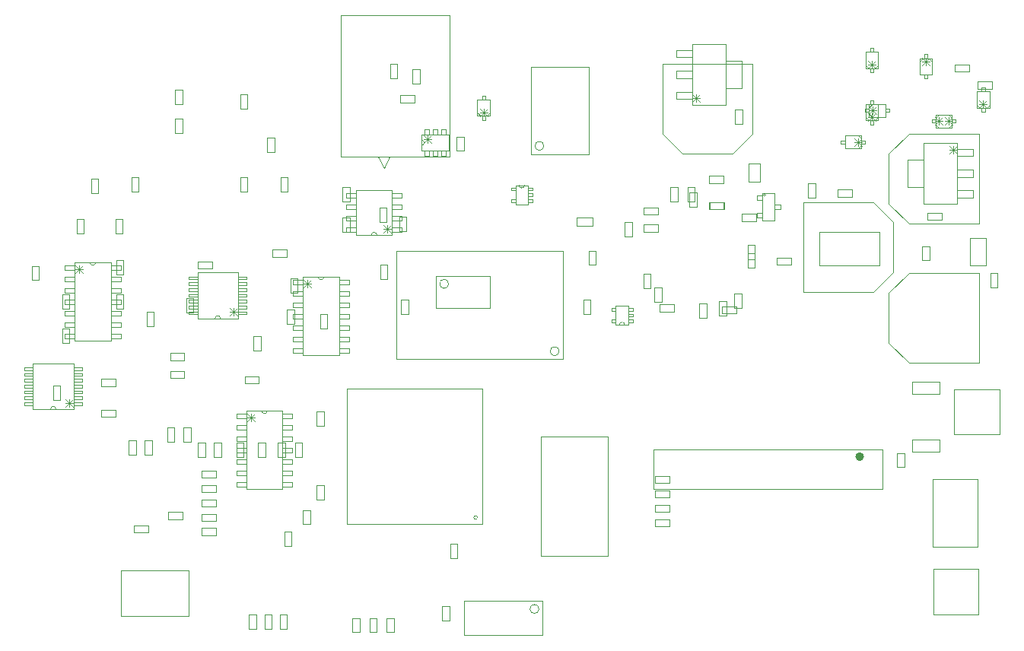
<source format=gbr>
G04 Layer_Color=16711935*
%FSLAX45Y45*%
%MOMM*%
%TF.FileFunction,Other,Mechanical_13*%
%TF.Part,Single*%
G01*
G75*
%TA.AperFunction,NonConductor*%
%ADD146C,0.10000*%
%ADD196C,0.00000*%
%ADD197C,0.50800*%
%ADD198C,0.02540*%
%ADD199C,0.07620*%
D146*
X8670000Y12355000D02*
G03*
X8670000Y12355000I-50000J0D01*
G01*
X8840000Y10070000D02*
G03*
X8840000Y10070000I-50000J0D01*
G01*
X7930000Y8220000D02*
G03*
X7930000Y8220000I-20000J0D01*
G01*
X7610000Y10820000D02*
G03*
X7610000Y10820000I-50000J0D01*
G01*
X8615000Y7200000D02*
G03*
X8615000Y7200000I-50000J0D01*
G01*
X12768000Y9590000D02*
Y9730000D01*
X13072000Y9590000D02*
Y9730000D01*
X12768000D02*
X13072000D01*
X12768000Y9590000D02*
X13072000D01*
X13069501Y8947500D02*
Y9087500D01*
X12765500Y8947500D02*
Y9087500D01*
Y8947500D02*
X13069501D01*
X12765500Y9087500D02*
X13069501D01*
X8530000Y13235001D02*
X9170000D01*
X8530000Y12265000D02*
X9170000D01*
Y13235001D01*
X8530000Y12265000D02*
Y13235001D01*
X8880000Y9980000D02*
Y11190000D01*
X7030000Y9980000D02*
Y11190000D01*
Y9980000D02*
X8880000D01*
X7030000Y11190000D02*
X8880000D01*
X9170000D02*
X9250000D01*
X9170000Y11030000D02*
X9250000D01*
X9170000D02*
Y11190000D01*
X9250000Y11030000D02*
Y11190000D01*
X4510000Y9970000D02*
Y10050000D01*
X4670000Y9970000D02*
Y10050000D01*
X4510000D02*
X4670000D01*
X4510000Y9970000D02*
X4670000D01*
X5340000Y9710000D02*
Y9790000D01*
X5500000Y9710000D02*
Y9790000D01*
X5340000D02*
X5500000D01*
X5340000Y9710000D02*
X5500000D01*
X7160000Y10480000D02*
Y10640000D01*
X7080000Y10480000D02*
Y10640000D01*
Y10480000D02*
X7160000D01*
X7080000Y10640000D02*
X7160000D01*
X8632981Y9120520D02*
X9382981D01*
X9382981Y7790520D02*
Y9120520D01*
X8632981Y7790520D02*
Y9120520D01*
X8632965Y7790504D02*
X9382965D01*
X7000000Y6940000D02*
Y7100000D01*
X6920000Y6940000D02*
Y7100000D01*
X7000000D01*
X6920000Y6940000D02*
X7000000D01*
X6810000D02*
Y7100000D01*
X6730000Y6940000D02*
Y7100000D01*
X6810000D01*
X6730000Y6940000D02*
X6810000D01*
X6620000Y6940000D02*
Y7100000D01*
X6540000Y6940000D02*
Y7100000D01*
X6620000D01*
X6540000Y6940000D02*
X6620000D01*
X10940000Y11160000D02*
X11020000D01*
X10940000Y11000000D02*
X11020000D01*
X10940000D02*
Y11160000D01*
X11020000Y11000000D02*
Y11160000D01*
X10400000Y10600000D02*
X10480000D01*
X10400000Y10440000D02*
X10480000D01*
X10400000D02*
Y10600000D01*
X10480000Y10440000D02*
Y10600000D01*
X9780000Y10770000D02*
X9860000D01*
X9780000Y10930000D02*
X9860000D01*
X9780000Y10770000D02*
Y10930000D01*
X9860000Y10770000D02*
Y10930000D01*
X5650000Y11120000D02*
Y11200000D01*
X5810000Y11120000D02*
Y11200000D01*
X5650000Y11120000D02*
X5810000D01*
X5650000Y11200000D02*
X5810000D01*
X6430000Y11900000D02*
X6510000D01*
X6430000Y11740000D02*
X6510000D01*
X6430000D02*
Y11900000D01*
X6510000Y11740000D02*
Y11900000D01*
X6430000Y11400000D02*
X6510000D01*
X6430000Y11560000D02*
X6510000D01*
Y11400000D02*
Y11560000D01*
X6430000Y11400000D02*
Y11560000D01*
X4822500Y10990000D02*
Y11070000D01*
X4982500Y10990000D02*
Y11070000D01*
X4822500Y10990000D02*
X4982500D01*
X4822500Y11070000D02*
X4982500D01*
X7060000Y11570000D02*
X7140000D01*
X7060000Y11410000D02*
X7140000D01*
X7060000D02*
Y11570000D01*
X7140000Y11410000D02*
Y11570000D01*
X6180000Y10320000D02*
X6260000D01*
X6180000Y10480000D02*
X6260000D01*
Y10320000D02*
Y10480000D01*
X6180000Y10320000D02*
Y10480000D01*
X5810000Y10530000D02*
X5890000D01*
X5810000Y10370000D02*
X5890000D01*
X5810000D02*
Y10530000D01*
X5890000Y10370000D02*
Y10530000D01*
X3309999Y10540000D02*
X3389999D01*
X3309999Y10700000D02*
X3389999D01*
Y10540000D02*
Y10700000D01*
X3309999Y10540000D02*
Y10700000D01*
X2970000Y11020000D02*
X3050000D01*
X2970000Y10860000D02*
X3050000D01*
X2970000D02*
Y11020000D01*
X3050000Y10860000D02*
Y11020000D01*
X12405000Y11022500D02*
Y11397500D01*
X11735000Y11022500D02*
Y11397500D01*
Y11022500D02*
X12405000D01*
X11735000Y11397500D02*
X12405000D01*
X10270000Y11900000D02*
X10350000D01*
X10270000Y11740000D02*
X10350000D01*
X10270000D02*
Y11900000D01*
X10350000Y11740000D02*
Y11900000D01*
X10670000Y11940000D02*
Y12020000D01*
X10510000Y11940000D02*
Y12020000D01*
X10670000D01*
X10510000Y11940000D02*
X10670000D01*
Y11650000D02*
Y11730000D01*
X10510000Y11650000D02*
Y11730000D01*
X10670000D01*
X10510000Y11650000D02*
X10670000D01*
X10947500Y11960000D02*
X11072500D01*
X10947500Y12160000D02*
X11072500D01*
X10947500Y11960000D02*
Y12160000D01*
X11072500Y11960000D02*
Y12160000D01*
X7210000Y13050000D02*
X7290000D01*
X7210000Y13210001D02*
X7290000D01*
Y13050000D02*
Y13210001D01*
X7210000Y13050000D02*
Y13210001D01*
X5440000Y10240000D02*
X5520000D01*
X5440000Y10080000D02*
X5520000D01*
X5440000D02*
Y10240000D01*
X5520000Y10080000D02*
Y10240000D01*
X5850000Y10720000D02*
X5930000D01*
X5850000Y10880000D02*
X5930000D01*
Y10720000D02*
Y10880000D01*
X5850000Y10720000D02*
Y10880000D01*
X3909999Y10540000D02*
X3989999D01*
X3909999Y10700000D02*
X3989999D01*
Y10540000D02*
Y10700000D01*
X3909999Y10540000D02*
Y10700000D01*
X3210000Y9530000D02*
X3290000D01*
X3210000Y9690000D02*
X3290000D01*
Y9530000D02*
Y9690000D01*
X3210000Y9530000D02*
Y9690000D01*
X4250000Y10510001D02*
X4330000D01*
X4250000Y10350001D02*
X4330000D01*
X4250000D02*
Y10510001D01*
X4330000Y10350001D02*
Y10510001D01*
X9960000Y10510000D02*
Y10590000D01*
X10120000Y10510000D02*
Y10590000D01*
X9960000D02*
X10120000D01*
X9960000Y10510000D02*
X10120000D01*
X10620000Y10470000D02*
X10700000D01*
X10620000Y10630000D02*
X10700000D01*
Y10470000D02*
Y10630000D01*
X10620000Y10470000D02*
Y10630000D01*
X10290000Y11840000D02*
X10370000D01*
X10290000Y11680000D02*
X10370000D01*
Y11840000D01*
X10290000Y11680000D02*
Y11840000D01*
X13412500Y11029000D02*
X13587500D01*
X13412500Y11331000D02*
X13587500D01*
Y11029000D02*
Y11331000D01*
X13412500Y11029000D02*
Y11331000D01*
X11610000Y11780000D02*
Y11940000D01*
X11690000Y11780000D02*
Y11940000D01*
X11610000D02*
X11690000D01*
X11610000Y11780000D02*
X11690000D01*
X10799999Y12600000D02*
Y12760000D01*
X10880000Y12600000D02*
Y12760000D01*
X10799999D02*
X10880000D01*
X10799999Y12600000D02*
X10880000D01*
X12939999Y11610000D02*
X13100000D01*
X12939999Y11530000D02*
X13100000D01*
Y11610000D01*
X12939999Y11530000D02*
Y11610000D01*
X13639999Y10780000D02*
Y10940000D01*
X13720000Y10780000D02*
Y10940000D01*
X13639999D02*
X13720000D01*
X13639999Y10780000D02*
X13720000D01*
X12880000Y11080000D02*
Y11240000D01*
X12960001Y11080000D02*
Y11240000D01*
X12880000D02*
X12960001D01*
X12880000Y11080000D02*
X12960001D01*
X11940000Y11870000D02*
X12100000D01*
X11940000Y11790000D02*
X12100000D01*
Y11870000D01*
X11940000Y11790000D02*
Y11870000D01*
X13239999Y13180000D02*
X13400000D01*
X13239999Y13260001D02*
X13400000D01*
X13239999Y13180000D02*
Y13260001D01*
X13400000Y13180000D02*
Y13260001D01*
X13500000Y12989999D02*
X13660001D01*
X13500000Y13070000D02*
X13660001D01*
X13500000Y12989999D02*
Y13070000D01*
X13660001Y12989999D02*
Y13070000D01*
X10212500Y12265300D02*
X10767500D01*
X10990000Y12487800D01*
Y13265300D01*
X9990000D02*
X10990000D01*
X9990000Y12487800D02*
Y13265300D01*
Y12487800D02*
X10212500Y12265300D01*
X12510000Y11712500D02*
Y12267500D01*
Y11712500D02*
X12732500Y11490000D01*
X13510001D01*
Y12490000D01*
X12732500D02*
X13510001D01*
X12510000Y12267500D02*
X12732500Y12490000D01*
X12510000Y10162500D02*
Y10717500D01*
Y10162500D02*
X12732500Y9940000D01*
X13510001D01*
Y10940000D01*
X12732500D02*
X13510001D01*
X12510000Y10717500D02*
X12732500Y10940000D01*
X12560000Y10952500D02*
Y11507500D01*
X12337500Y11730000D02*
X12560000Y11507500D01*
X11560000Y11730000D02*
X12337500D01*
X11560000Y10730000D02*
Y11730000D01*
Y10730000D02*
X12337500D01*
X12560000Y10952500D01*
X7700000Y12300000D02*
X7780000D01*
X7700000Y12460000D02*
X7780000D01*
Y12300000D02*
Y12460000D01*
X7700000Y12300000D02*
Y12460000D01*
X3630000Y11990000D02*
X3710000D01*
X3630000Y11830000D02*
X3710000D01*
X3630000D02*
Y11990000D01*
X3710000Y11830000D02*
Y11990000D01*
X4080000Y12010000D02*
X4160000D01*
X4080000Y11850000D02*
X4160000D01*
X4080000D02*
Y12010000D01*
X4160000Y11850000D02*
Y12010000D01*
X3900000Y11540000D02*
X3980000D01*
X3900000Y11380000D02*
X3980000D01*
X3900000D02*
Y11540000D01*
X3980000Y11380000D02*
Y11540000D01*
X3470000D02*
X3550000D01*
X3470000Y11380000D02*
X3550000D01*
X3470000D02*
Y11540000D01*
X3550000Y11380000D02*
Y11540000D01*
X3309999Y10159000D02*
X3389999D01*
X3309999Y10319000D02*
X3389999D01*
Y10159000D02*
Y10319000D01*
X3309999Y10159000D02*
Y10319000D01*
X3912259Y11081000D02*
X3992259D01*
X3912259Y10921000D02*
X3992259D01*
X3912259D02*
Y11081000D01*
X3992259Y10921000D02*
Y11081000D01*
X4690000Y10500000D02*
X4770000D01*
X4690000Y10660000D02*
X4770000D01*
Y10500000D02*
Y10660000D01*
X4690000Y10500000D02*
Y10660000D01*
X4565000Y12980000D02*
X4645000D01*
X4565000Y12820000D02*
X4645000D01*
X4565000D02*
Y12980000D01*
X4645000Y12820000D02*
Y12980000D01*
X4565000Y12660000D02*
X4645000D01*
X4565000Y12500000D02*
X4645000D01*
X4565000D02*
Y12660000D01*
X4645000Y12500000D02*
Y12660000D01*
X5290000Y12930000D02*
X5370000D01*
X5290000Y12770000D02*
X5370000D01*
X5290000D02*
Y12930000D01*
X5370000Y12770000D02*
Y12930000D01*
X5290000Y12010000D02*
X5370000D01*
X5290000Y11850000D02*
X5370000D01*
X5290000D02*
Y12010000D01*
X5370000Y11850000D02*
Y12010000D01*
X5740000Y11850000D02*
X5820000D01*
X5740000Y12010000D02*
X5820000D01*
Y11850000D02*
Y12010000D01*
X5740000Y11850000D02*
Y12010000D01*
X5590000Y12290000D02*
X5670000D01*
X5590000Y12450000D02*
X5670000D01*
Y12290000D02*
Y12450000D01*
X5590000Y12290000D02*
Y12450000D01*
X4130000Y8920000D02*
Y9080000D01*
X4050000Y8920000D02*
Y9080000D01*
Y8920000D02*
X4130000D01*
X4050000Y9080000D02*
X4130000D01*
X4230000Y8920000D02*
Y9080000D01*
X4310000Y8920000D02*
Y9080000D01*
X4230000D02*
X4310000D01*
X4230000Y8920000D02*
X4310000D01*
X5080000Y8890000D02*
Y9050000D01*
X5000000Y8890000D02*
Y9050000D01*
Y8890000D02*
X5080000D01*
X5000000Y9050000D02*
X5080000D01*
X4900000Y8890000D02*
Y9050000D01*
X4820000Y8890000D02*
Y9050000D01*
X4900000D01*
X4820000Y8890000D02*
X4900000D01*
X5080000D02*
Y9050000D01*
X5000000Y8890000D02*
Y9050000D01*
X5080000D01*
X5000000Y8890000D02*
X5080000D01*
X4900000Y8890000D02*
Y9050000D01*
X4820000Y8890000D02*
Y9050000D01*
Y8890000D02*
X4900000D01*
X4820000Y9050000D02*
X4900000D01*
X5570000Y8890000D02*
Y9050000D01*
X5490000Y8890000D02*
Y9050000D01*
Y8890000D02*
X5570000D01*
X5490000Y9050000D02*
X5570000D01*
X5900000Y8890000D02*
Y9050000D01*
X5980000Y8890000D02*
Y9050000D01*
X5900000D02*
X5980000D01*
X5900000Y8890000D02*
X5980000D01*
X5790000Y8890000D02*
Y9050000D01*
X5710000Y8890000D02*
Y9050000D01*
Y8890000D02*
X5790000D01*
X5710000Y9050000D02*
X5790000D01*
X5250000Y8890000D02*
Y9050000D01*
X5330000Y8890000D02*
Y9050000D01*
X5250000D02*
X5330000D01*
X5250000Y8890000D02*
X5330000D01*
X4560000Y9060000D02*
Y9220000D01*
X4480000Y9060000D02*
Y9220000D01*
Y9060000D02*
X4560000D01*
X4480000Y9220000D02*
X4560000D01*
X4660000Y9060000D02*
Y9220000D01*
X4740000Y9060000D02*
Y9220000D01*
X4660000D02*
X4740000D01*
X4660000Y9060000D02*
X4740000D01*
X6960000Y13110001D02*
X7040000D01*
X6960000Y13270000D02*
X7040000D01*
Y13110001D02*
Y13270000D01*
X6960000Y13110001D02*
Y13270000D01*
X6840000Y11510000D02*
X6920000D01*
X6840000Y11670000D02*
X6920000D01*
Y11510000D02*
Y11670000D01*
X6840000Y11510000D02*
Y11670000D01*
X7230000Y12839999D02*
Y12920000D01*
X7070000Y12839999D02*
Y12920000D01*
X7230000D01*
X7070000Y12839999D02*
X7230000D01*
X6850000Y10870000D02*
X6930000D01*
X6850000Y11030000D02*
X6930000D01*
Y10870000D02*
Y11030000D01*
X6850000Y10870000D02*
Y11030000D01*
X4490000Y8280000D02*
X4650000D01*
X4490000Y8200000D02*
X4650000D01*
X4490000D02*
Y8280000D01*
X4650000Y8200000D02*
Y8280000D01*
X4860000Y8500000D02*
X5020000D01*
X4860000Y8580000D02*
X5020000D01*
X4860000Y8500000D02*
Y8580000D01*
X5020000Y8500000D02*
Y8580000D01*
X4860000Y8340000D02*
X5020000D01*
X4860000Y8420000D02*
X5020000D01*
X4860000Y8340000D02*
Y8420000D01*
X5020000Y8340000D02*
Y8420000D01*
X4860000Y8180000D02*
X5020000D01*
X4860000Y8260000D02*
X5020000D01*
X4860000Y8180000D02*
Y8260000D01*
X5020000Y8180000D02*
Y8260000D01*
X4860000Y8660000D02*
X5020000D01*
X4860000Y8740000D02*
X5020000D01*
X4860000Y8660000D02*
Y8740000D01*
X5020000Y8660000D02*
Y8740000D01*
X3740000Y9340000D02*
X3900000D01*
X3740000Y9420000D02*
X3900000D01*
X3740000Y9340000D02*
Y9420000D01*
X3900000Y9340000D02*
Y9420000D01*
X3740000Y9680000D02*
X3900000D01*
X3740000Y9760000D02*
X3900000D01*
X3740000Y9680000D02*
Y9760000D01*
X3900000Y9680000D02*
Y9760000D01*
X4860000Y8100000D02*
X5020000D01*
X4860000Y8020000D02*
X5020000D01*
Y8100000D01*
X4860000Y8020000D02*
Y8100000D01*
X4510000Y9770000D02*
X4670000D01*
X4510000Y9850000D02*
X4670000D01*
X4510000Y9770000D02*
Y9850000D01*
X4670000Y9770000D02*
Y9850000D01*
X5780000Y7900000D02*
Y8060000D01*
X5860000Y7900000D02*
Y8060000D01*
X5780000D02*
X5860000D01*
X5780000Y7900000D02*
X5860000D01*
X6140000Y8420000D02*
Y8580000D01*
X6220000Y8420000D02*
Y8580000D01*
X6140000Y8420000D02*
X6220000D01*
X6140000Y8580000D02*
X6220000D01*
X6220000Y9240000D02*
Y9400000D01*
X6140000Y9240000D02*
Y9400000D01*
X6220000D01*
X6140000Y9240000D02*
X6220000D01*
X4110000Y8130000D02*
X4270000D01*
X4110000Y8050000D02*
X4270000D01*
X4110000D02*
Y8130000D01*
X4270000Y8050000D02*
Y8130000D01*
X10680000Y11650000D02*
Y11730000D01*
X10520000Y11650000D02*
Y11730000D01*
Y11650000D02*
X10680000D01*
X10520000Y11730000D02*
X10680000D01*
X10940000Y11090000D02*
X11020000D01*
X10940000Y11250000D02*
X11020000D01*
X10940000Y11090000D02*
Y11250000D01*
X11020000Y11090000D02*
Y11250000D01*
X10650000Y10490000D02*
Y10570000D01*
X10809999Y10490000D02*
Y10570000D01*
X10650000D02*
X10809999D01*
X10650000Y10490000D02*
X10809999D01*
X10399999Y10600000D02*
X10479999D01*
X10399999Y10440000D02*
X10479999D01*
Y10600000D01*
X10399999Y10440000D02*
Y10600000D01*
X10790000Y10710000D02*
X10870000D01*
X10790000Y10550000D02*
X10870000D01*
X10790000D02*
Y10710000D01*
X10870000Y10550000D02*
Y10710000D01*
X9940000Y11400000D02*
Y11480000D01*
X9780000Y11400000D02*
Y11480000D01*
X9940000D01*
X9780000Y11400000D02*
X9940000D01*
X9570000Y11350000D02*
X9650000D01*
X9570000Y11510000D02*
X9650000D01*
Y11350000D02*
Y11510000D01*
X9570000Y11350000D02*
Y11510000D01*
X9780000Y11590000D02*
Y11670000D01*
X9940000Y11590000D02*
Y11670000D01*
X9780000Y11590000D02*
X9940000D01*
X9780000Y11670000D02*
X9940000D01*
X9900000Y10620000D02*
X9980000D01*
X9900000Y10780000D02*
X9980000D01*
Y10620000D02*
Y10780000D01*
X9900000Y10620000D02*
Y10780000D01*
X10080000Y11900000D02*
X10160000D01*
X10080000Y11740000D02*
X10160000D01*
X10080000D02*
Y11900000D01*
X10160000Y11740000D02*
Y11900000D01*
X11420000Y11030000D02*
Y11110000D01*
X11260000Y11030000D02*
Y11110000D01*
X11420000D01*
X11260000Y11030000D02*
X11420000D01*
X11030000Y11520000D02*
Y11600000D01*
X10870000Y11520000D02*
Y11600000D01*
X11030000D01*
X10870000Y11520000D02*
X11030000D01*
X7620000Y7070000D02*
Y7230000D01*
X7540000Y7070000D02*
Y7230000D01*
X7620000D01*
X7540000Y7070000D02*
X7620000D01*
X6475000Y9655000D02*
X7985000D01*
X6475000Y8145000D02*
X7985000D01*
X6475000D02*
Y9655000D01*
X7985000Y8145000D02*
Y9655000D01*
X9110000Y10480000D02*
Y10640000D01*
X9190000Y10480000D02*
Y10640000D01*
X9110000D02*
X9190000D01*
X9110000Y10480000D02*
X9190000D01*
X8070000Y10550000D02*
Y10910000D01*
X7470000Y10550000D02*
Y10910000D01*
Y10550000D02*
X8070000D01*
X7470000Y10910000D02*
X8070000D01*
X7785000Y7290000D02*
X8655000D01*
X7785000Y6910000D02*
X8655000D01*
Y7290000D01*
X7785000Y6910000D02*
Y7290000D01*
X7707500Y7765000D02*
Y7925000D01*
X7627500Y7765000D02*
Y7925000D01*
Y7765000D02*
X7707500D01*
X7627500Y7925000D02*
X7707500D01*
X12602500Y8777500D02*
X12682500D01*
X12602500Y8937500D02*
X12682500D01*
Y8777500D02*
Y8937500D01*
X12602500Y8777500D02*
Y8937500D01*
X5987500Y8302500D02*
X6067500D01*
X5987500Y8142500D02*
X6067500D01*
X5987500D02*
Y8302500D01*
X6067500Y8142500D02*
Y8302500D01*
X9909999Y8280000D02*
X10069999D01*
X9909999Y8360000D02*
X10069999D01*
Y8280000D02*
Y8360000D01*
X9909999Y8280000D02*
Y8360000D01*
Y8120000D02*
X10069999D01*
X9909999Y8200000D02*
X10069999D01*
Y8120000D02*
Y8200000D01*
X9909999Y8120000D02*
Y8200000D01*
Y8440000D02*
X10069999D01*
X9909999Y8520000D02*
X10069999D01*
Y8440000D02*
Y8520000D01*
X9909999Y8440000D02*
Y8520000D01*
Y8600000D02*
X10069999D01*
X9909999Y8680000D02*
X10069999D01*
Y8600000D02*
Y8680000D01*
X9909999Y8600000D02*
Y8680000D01*
X5560000Y6980000D02*
X5640000D01*
X5560000Y7140000D02*
X5640000D01*
Y6980000D02*
Y7140000D01*
X5560000Y6980000D02*
Y7140000D01*
X5390000D02*
X5470000D01*
X5390000Y6980000D02*
X5470000D01*
X5390000D02*
Y7140000D01*
X5470000Y6980000D02*
Y7140000D01*
X5730000Y6980000D02*
X5810000D01*
X5730000Y7140000D02*
X5810000D01*
Y6980000D02*
Y7140000D01*
X5730000Y6980000D02*
Y7140000D01*
D196*
X9570480Y10362050D02*
G03*
X9509520Y10362050I-30480J0D01*
G01*
X6159520Y10896879D02*
G03*
X6220480Y10896879I30480J0D01*
G01*
X3619519Y11056880D02*
G03*
X3680479Y11056880I30480J0D01*
G01*
X6810480Y11363310D02*
G03*
X6749520Y11363310I-30480J0D01*
G01*
X5070480Y10434730D02*
G03*
X5009520Y10434730I-30480J0D01*
G01*
X3240480Y9424730D02*
G03*
X3179520Y9424730I-30480J0D01*
G01*
X11138250Y11807000D02*
G03*
X11138250Y11807000I-12700J0D01*
G01*
X7307600Y12359520D02*
G03*
X7307600Y12420480I0J30480D01*
G01*
X5529520Y9406880D02*
G03*
X5590480Y9406880I30480J0D01*
G01*
X8393000Y11917950D02*
G03*
X8453960Y11917950I30480J0D01*
G01*
D197*
X12208200Y8896701D02*
G03*
X12208200Y8896701I-23200J0D01*
G01*
D198*
X9470150Y10577950D02*
X9609850D01*
X9470150Y10362050D02*
Y10577950D01*
Y10362050D02*
X9609850D01*
Y10577950D01*
Y10389760D02*
Y10420240D01*
Y10389760D02*
X9659380D01*
Y10420240D01*
X9609850D02*
X9659380D01*
X9609850Y10454760D02*
Y10485240D01*
Y10454760D02*
X9659380D01*
Y10485240D01*
X9609850D02*
X9659380D01*
X9609850Y10519760D02*
Y10550240D01*
Y10519760D02*
X9659380D01*
Y10550240D01*
X9609850D02*
X9659380D01*
X9470150Y10519760D02*
Y10550240D01*
X9420620D02*
X9470150D01*
X9420620Y10519760D02*
Y10550240D01*
Y10519760D02*
X9470150D01*
Y10389760D02*
Y10420240D01*
X9420620D02*
X9470150D01*
X9420620Y10389760D02*
Y10420240D01*
Y10389760D02*
X9470150D01*
X13210001Y12560000D02*
Y12700000D01*
X13030000D02*
X13210001D01*
X13030000Y12560000D02*
Y12700000D01*
Y12560000D02*
X13210001D01*
X13175000D02*
X13210001Y12595000D01*
X13175000Y12700000D02*
X13210001Y12665000D01*
X12985001Y12647500D02*
X13030000D01*
X12985001Y12612500D02*
Y12647500D01*
Y12612500D02*
X13030000D01*
Y12647500D01*
X13210001Y12612500D02*
X13255000D01*
Y12647500D01*
X13210001D02*
X13255000D01*
X13210001Y12612500D02*
Y12647500D01*
X5990610Y10023119D02*
Y10896879D01*
X6389390D01*
Y10023119D02*
Y10896879D01*
X5990610Y10023119D02*
X6389390D01*
Y10866399D02*
X6499880D01*
Y10815599D02*
Y10866399D01*
X6389390Y10815599D02*
X6499880D01*
X6389390D02*
Y10866399D01*
Y10739399D02*
X6499880D01*
Y10688599D02*
Y10739399D01*
X6389390Y10688599D02*
X6499880D01*
X6389390D02*
Y10739399D01*
Y10612399D02*
X6499880D01*
Y10561599D02*
Y10612399D01*
X6389390Y10561599D02*
X6499880D01*
X6389390D02*
Y10612399D01*
Y10485399D02*
X6499880D01*
Y10434599D02*
Y10485399D01*
X6389390Y10434599D02*
X6499880D01*
X6389390D02*
Y10485399D01*
Y10358399D02*
X6499880D01*
Y10307599D02*
Y10358399D01*
X6389390Y10307599D02*
X6499880D01*
X6389390D02*
Y10358399D01*
Y10231399D02*
X6499880D01*
Y10180599D02*
Y10231399D01*
X6389390Y10180599D02*
X6499880D01*
X6389390D02*
Y10231399D01*
Y10104399D02*
X6499880D01*
Y10053599D02*
Y10104399D01*
X6389390Y10053599D02*
X6499880D01*
X6389390D02*
Y10104399D01*
X5880120Y10053599D02*
X5990610D01*
X5880120D02*
Y10104399D01*
X5990610D01*
Y10053599D02*
Y10104399D01*
X5880120Y10180599D02*
X5990610D01*
X5880120D02*
Y10231399D01*
X5990610D01*
Y10180599D02*
Y10231399D01*
X5880120Y10307599D02*
X5990610D01*
X5880120D02*
Y10358399D01*
X5990610D01*
Y10307599D02*
Y10358399D01*
X5880120Y10434599D02*
X5990610D01*
X5880120D02*
Y10485399D01*
X5990610D01*
Y10434599D02*
Y10485399D01*
X5880120Y10561599D02*
X5990610D01*
X5880120D02*
Y10612399D01*
X5990610D01*
Y10561599D02*
Y10612399D01*
X5880120Y10688599D02*
X5990610D01*
X5880120D02*
Y10739399D01*
X5990610D01*
Y10688599D02*
Y10739399D01*
X5880120Y10815599D02*
X5990610D01*
X5880120D02*
Y10866399D01*
X5990610D01*
Y10815599D02*
Y10866399D01*
X3450609Y10183120D02*
Y11056880D01*
X3849389D01*
Y10183120D02*
Y11056880D01*
X3450609Y10183120D02*
X3849389D01*
Y11026400D02*
X3959879D01*
Y10975600D02*
Y11026400D01*
X3849389Y10975600D02*
X3959879D01*
X3849389D02*
Y11026400D01*
Y10899400D02*
X3959879D01*
Y10848600D02*
Y10899400D01*
X3849389Y10848600D02*
X3959879D01*
X3849389D02*
Y10899400D01*
Y10772400D02*
X3959879D01*
Y10721600D02*
Y10772400D01*
X3849389Y10721600D02*
X3959879D01*
X3849389D02*
Y10772400D01*
Y10645400D02*
X3959879D01*
Y10594600D02*
Y10645400D01*
X3849389Y10594600D02*
X3959879D01*
X3849389D02*
Y10645400D01*
Y10518400D02*
X3959879D01*
Y10467600D02*
Y10518400D01*
X3849389Y10467600D02*
X3959879D01*
X3849389D02*
Y10518400D01*
Y10391400D02*
X3959879D01*
Y10340600D02*
Y10391400D01*
X3849389Y10340600D02*
X3959879D01*
X3849389D02*
Y10391400D01*
Y10264400D02*
X3959879D01*
Y10213600D02*
Y10264400D01*
X3849389Y10213600D02*
X3959879D01*
X3849389D02*
Y10264400D01*
X3340119Y10213600D02*
X3450609D01*
X3340119D02*
Y10264400D01*
X3450609D01*
Y10213600D02*
Y10264400D01*
X3340119Y10340600D02*
X3450609D01*
X3340119D02*
Y10391400D01*
X3450609D01*
Y10340600D02*
Y10391400D01*
X3340119Y10467600D02*
X3450609D01*
X3340119D02*
Y10518400D01*
X3450609D01*
Y10467600D02*
Y10518400D01*
X3340119Y10594600D02*
X3450609D01*
X3340119D02*
Y10645400D01*
X3450609D01*
Y10594600D02*
Y10645400D01*
X3340119Y10721600D02*
X3450609D01*
X3340119D02*
Y10772400D01*
X3450609D01*
Y10721600D02*
Y10772400D01*
X3340119Y10848600D02*
X3450609D01*
X3340119D02*
Y10899400D01*
X3450609D01*
Y10848600D02*
Y10899400D01*
X3340119Y10975600D02*
X3450609D01*
X3340119D02*
Y11026400D01*
X3450609D01*
Y10975600D02*
Y11026400D01*
X6979390Y11363310D02*
Y11863690D01*
X6580610Y11363310D02*
X6979390D01*
X6580610D02*
Y11863690D01*
X6979390D01*
X6470120Y11397600D02*
X6580610D01*
X6470120D02*
Y11448400D01*
X6580610D01*
Y11397600D02*
Y11448400D01*
X6470120Y11524600D02*
X6580610D01*
X6470120D02*
Y11575400D01*
X6580610D01*
Y11524600D02*
Y11575400D01*
X6470120Y11651600D02*
X6580610D01*
X6470120D02*
Y11702400D01*
X6580610D01*
Y11651600D02*
Y11702400D01*
X6470120Y11778600D02*
X6580610D01*
X6470120D02*
Y11829400D01*
X6580610D01*
Y11778600D02*
Y11829400D01*
X6979390D02*
X7089880D01*
Y11778600D02*
Y11829400D01*
X6979390Y11778600D02*
X7089880D01*
X6979390D02*
Y11829400D01*
Y11702400D02*
X7089880D01*
Y11651600D02*
Y11702400D01*
X6979390Y11651600D02*
X7089880D01*
X6979390D02*
Y11702400D01*
Y11575400D02*
X7089880D01*
Y11524600D02*
Y11575400D01*
X6979390Y11524600D02*
X7089880D01*
X6979390D02*
Y11575400D01*
Y11448400D02*
X7089880D01*
Y11397600D02*
Y11448400D01*
X6979390Y11397600D02*
X7089880D01*
X6979390D02*
Y11448400D01*
X5264790Y10479760D02*
Y10510240D01*
Y10479760D02*
X5360040D01*
Y10510240D01*
X5264790D02*
X5360040D01*
X5264790Y10544760D02*
Y10575240D01*
Y10544760D02*
X5360040D01*
Y10575240D01*
X5264790D02*
X5360040D01*
X5264790Y10609760D02*
Y10640240D01*
Y10609760D02*
X5360040D01*
Y10640240D01*
X5264790D02*
X5360040D01*
X5264790Y10674760D02*
Y10705240D01*
Y10674760D02*
X5360040D01*
Y10705240D01*
X5264790D02*
X5360040D01*
X5264790Y10739760D02*
Y10770240D01*
Y10739760D02*
X5360040D01*
Y10770240D01*
X5264790D02*
X5360040D01*
X5264790Y10804760D02*
Y10835240D01*
Y10804760D02*
X5360040D01*
Y10835240D01*
X5264790D02*
X5360040D01*
X5264790Y10869760D02*
Y10900240D01*
Y10869760D02*
X5360040D01*
Y10900240D01*
X5264790D02*
X5360040D01*
X4815210Y10869760D02*
Y10900240D01*
X4719960D02*
X4815210D01*
X4719960Y10869760D02*
Y10900240D01*
Y10869760D02*
X4815210D01*
Y10804760D02*
Y10835240D01*
X4719960D02*
X4815210D01*
X4719960Y10804760D02*
Y10835240D01*
Y10804760D02*
X4815210D01*
Y10739760D02*
Y10770240D01*
X4719960D02*
X4815210D01*
X4719960Y10739760D02*
Y10770240D01*
Y10739760D02*
X4815210D01*
Y10674760D02*
Y10705240D01*
X4719960D02*
X4815210D01*
X4719960Y10674760D02*
Y10705240D01*
Y10674760D02*
X4815210D01*
Y10609760D02*
Y10640240D01*
X4719960D02*
X4815210D01*
X4719960Y10609760D02*
Y10640240D01*
Y10609760D02*
X4815210D01*
Y10544760D02*
Y10575240D01*
X4719960D02*
X4815210D01*
X4719960Y10544760D02*
Y10575240D01*
Y10544760D02*
X4815210D01*
Y10479760D02*
Y10510240D01*
X4719960D02*
X4815210D01*
X4719960Y10479760D02*
Y10510240D01*
Y10479760D02*
X4815210D01*
Y10945270D02*
X5264790D01*
X4815210Y10434730D02*
Y10945270D01*
Y10434730D02*
X5264790D01*
Y10945270D01*
X3434790Y9469760D02*
Y9500240D01*
Y9469760D02*
X3530040D01*
Y9500240D01*
X3434790D02*
X3530040D01*
X3434790Y9534760D02*
Y9565240D01*
Y9534760D02*
X3530040D01*
Y9565240D01*
X3434790D02*
X3530040D01*
X3434790Y9599760D02*
Y9630240D01*
Y9599760D02*
X3530040D01*
Y9630240D01*
X3434790D02*
X3530040D01*
X3434790Y9664760D02*
Y9695240D01*
Y9664760D02*
X3530040D01*
Y9695240D01*
X3434790D02*
X3530040D01*
X3434790Y9729760D02*
Y9760240D01*
Y9729760D02*
X3530040D01*
Y9760240D01*
X3434790D02*
X3530040D01*
X3434790Y9794760D02*
Y9825240D01*
Y9794760D02*
X3530040D01*
Y9825240D01*
X3434790D02*
X3530040D01*
X3434790Y9859760D02*
Y9890240D01*
Y9859760D02*
X3530040D01*
Y9890240D01*
X3434790D02*
X3530040D01*
X2985210Y9859760D02*
Y9890240D01*
X2889960D02*
X2985210D01*
X2889960Y9859760D02*
Y9890240D01*
Y9859760D02*
X2985210D01*
Y9794760D02*
Y9825240D01*
X2889960D02*
X2985210D01*
X2889960Y9794760D02*
Y9825240D01*
Y9794760D02*
X2985210D01*
Y9729760D02*
Y9760240D01*
X2889960D02*
X2985210D01*
X2889960Y9729760D02*
Y9760240D01*
Y9729760D02*
X2985210D01*
Y9664760D02*
Y9695240D01*
X2889960D02*
X2985210D01*
X2889960Y9664760D02*
Y9695240D01*
Y9664760D02*
X2985210D01*
Y9599760D02*
Y9630240D01*
X2889960D02*
X2985210D01*
X2889960Y9599760D02*
Y9630240D01*
Y9599760D02*
X2985210D01*
Y9534760D02*
Y9565240D01*
X2889960D02*
X2985210D01*
X2889960Y9534760D02*
Y9565240D01*
Y9534760D02*
X2985210D01*
Y9469760D02*
Y9500240D01*
X2889960D02*
X2985210D01*
X2889960Y9469760D02*
Y9500240D01*
Y9469760D02*
X2985210D01*
Y9935270D02*
X3434790D01*
X2985210Y9424730D02*
Y9935270D01*
Y9424730D02*
X3434790D01*
Y9935270D01*
X10324580Y12880630D02*
Y12959370D01*
X10145510Y12880630D02*
X10324580D01*
X10145510D02*
Y12959370D01*
X10324580D01*
Y13110629D02*
Y13189371D01*
X10145510Y13110629D02*
X10324580D01*
X10145510D02*
Y13189371D01*
X10324580D01*
Y13340630D02*
Y13419370D01*
X10145510Y13340630D02*
X10324580D01*
X10145510D02*
Y13419370D01*
X10324580D01*
X10695420Y12995061D02*
Y13304939D01*
X10874490D01*
Y12995061D02*
Y13304939D01*
X10695420Y12995061D02*
X10874490D01*
X10324580Y13485280D02*
X10695420D01*
Y12814720D02*
Y13485280D01*
X10324580Y12814720D02*
X10695420D01*
X10324580D02*
Y13485280D01*
X13265421Y12240630D02*
Y12319370D01*
X13444490D01*
Y12240630D02*
Y12319370D01*
X13265421Y12240630D02*
X13444490D01*
X13265421Y12010630D02*
Y12089370D01*
X13444490D01*
Y12010630D02*
Y12089370D01*
X13265421Y12010630D02*
X13444490D01*
X13265421Y11780630D02*
Y11859370D01*
X13444490D01*
Y11780630D02*
Y11859370D01*
X13265421Y11780630D02*
X13444490D01*
X12894580Y11895060D02*
Y12204940D01*
X12715510Y11895060D02*
X12894580D01*
X12715510D02*
Y12204940D01*
X12894580D01*
Y11714720D02*
X13265421D01*
X12894580D02*
Y12385280D01*
X13265421D01*
Y11714720D02*
Y12385280D01*
X11100150Y11832400D02*
X11239850D01*
Y11527600D02*
Y11832400D01*
X11100150Y11527600D02*
X11239850D01*
X11100150D02*
Y11832400D01*
X11239850Y11705400D02*
X11302080D01*
Y11654600D02*
Y11705400D01*
X11239850Y11654600D02*
X11302080D01*
X11239850D02*
Y11705400D01*
X11037920Y11559350D02*
X11100150D01*
X11037920D02*
Y11610150D01*
X11100150D01*
Y11559350D02*
Y11610150D01*
X11037920Y11749850D02*
X11100150D01*
X11037920D02*
Y11800650D01*
X11100150D01*
Y11749850D02*
Y11800650D01*
X13489999Y12780000D02*
X13630000D01*
Y12960001D01*
X13489999D02*
X13630000D01*
X13489999Y12780000D02*
Y12960001D01*
Y12814999D02*
X13525000Y12780000D01*
X13595000D02*
X13630000Y12814999D01*
X13577499Y12960001D02*
Y13005000D01*
X13542500D02*
X13577499D01*
X13542500Y12960001D02*
Y13005000D01*
Y12960001D02*
X13577499D01*
X13542500Y12735000D02*
Y12780000D01*
Y12735000D02*
X13577499D01*
Y12780000D01*
X13542500D02*
X13577499D01*
X12199920Y12330000D02*
Y12470000D01*
X12019920Y12330000D02*
X12199920D01*
X12019920D02*
Y12470000D01*
X12199920D01*
X12164920D02*
X12199920Y12435000D01*
X12164920Y12330000D02*
X12199920Y12365000D01*
X11974920Y12382500D02*
X12019920D01*
X11974920D02*
Y12417500D01*
X12019920D01*
Y12382500D02*
Y12417500D01*
X12199920D02*
X12244920D01*
Y12382500D02*
Y12417500D01*
X12199920Y12382500D02*
X12244920D01*
X12199920D02*
Y12417500D01*
X12436270Y8539780D02*
Y8979200D01*
X9893730Y8539780D02*
X12436270D01*
X9893730D02*
Y8979200D01*
X12436270D01*
X12850000Y13330000D02*
X12989999D01*
Y13150000D02*
Y13330000D01*
X12850000Y13150000D02*
X12989999D01*
X12850000D02*
Y13330000D01*
Y13295000D02*
X12885001Y13330000D01*
X12955000D02*
X12989999Y13295000D01*
X12937500Y13105000D02*
Y13150000D01*
X12902499Y13105000D02*
X12937500D01*
X12902499D02*
Y13150000D01*
X12937500D01*
X12902499Y13330000D02*
Y13375000D01*
X12937500D01*
Y13330000D02*
Y13375000D01*
X12902499Y13330000D02*
X12937500D01*
X12290000Y12680000D02*
Y12820000D01*
X12470000D01*
Y12680000D02*
Y12820000D01*
X12290000Y12680000D02*
X12470000D01*
X12290000Y12715000D02*
X12325000Y12680000D01*
X12290000Y12785000D02*
X12325000Y12820000D01*
X12470000Y12767500D02*
X12515000D01*
Y12732500D02*
Y12767500D01*
X12470000Y12732500D02*
X12515000D01*
X12470000D02*
Y12767500D01*
X12245000Y12732500D02*
X12290000D01*
X12245000D02*
Y12767500D01*
X12290000D01*
Y12732500D02*
Y12767500D01*
X13030000Y12560000D02*
Y12700000D01*
X13210001D01*
Y12560000D02*
Y12700000D01*
X13030000Y12560000D02*
X13210001D01*
X13030000Y12595000D02*
X13064999Y12560000D01*
X13030000Y12665000D02*
X13064999Y12700000D01*
X13210001Y12647500D02*
X13255000D01*
Y12612500D02*
Y12647500D01*
X13210001Y12612500D02*
X13255000D01*
X13210001D02*
Y12647500D01*
X12985001Y12612500D02*
X13030000D01*
X12985001D02*
Y12647500D01*
X13030000D01*
Y12612500D02*
Y12647500D01*
X12250000Y13220000D02*
X12390000D01*
Y13400000D01*
X12250000D02*
X12390000D01*
X12250000Y13220000D02*
Y13400000D01*
Y13255000D02*
X12285000Y13220000D01*
X12355000D02*
X12390000Y13255000D01*
X12337500Y13400000D02*
Y13445000D01*
X12302500D02*
X12337500D01*
X12302500Y13400000D02*
Y13445000D01*
Y13400000D02*
X12337500D01*
X12302500Y13175000D02*
Y13220000D01*
Y13175000D02*
X12337500D01*
Y13220000D01*
X12302500D02*
X12337500D01*
X12250000Y12640000D02*
X12390000D01*
Y12820000D01*
X12250000D02*
X12390000D01*
X12250000Y12640000D02*
Y12820000D01*
Y12675000D02*
X12285000Y12640000D01*
X12355000D02*
X12390000Y12675000D01*
X12337500Y12820000D02*
Y12864999D01*
X12302500D02*
X12337500D01*
X12302500Y12820000D02*
Y12864999D01*
Y12820000D02*
X12337500D01*
X12302500Y12595000D02*
Y12640000D01*
Y12595000D02*
X12337500D01*
Y12640000D01*
X12302500D02*
X12337500D01*
X4715920Y7126000D02*
Y7626380D01*
X3964080D02*
X4715920D01*
X3964080Y7126000D02*
Y7626380D01*
Y7126000D02*
X4715920D01*
X3964080Y7626380D02*
X4715920D01*
X3964080Y7126000D02*
Y7626380D01*
Y7126000D02*
X4715920D01*
Y7626380D01*
X13744000Y9146000D02*
Y9646380D01*
X13236000Y9146000D02*
X13744000D01*
X13236000D02*
Y9646380D01*
X13744000D01*
X13236000Y9146000D02*
X13744000D01*
X13236000D02*
Y9646380D01*
X13744000D01*
Y9146000D02*
Y9646380D01*
X7307600Y12477630D02*
X7612400D01*
X7307600Y12302370D02*
Y12477630D01*
Y12302370D02*
X7612400D01*
Y12477630D01*
X7339600Y12240140D02*
Y12302370D01*
Y12240140D02*
X7390400D01*
Y12302370D01*
X7339600D02*
X7390400D01*
X7434600Y12240140D02*
Y12302370D01*
Y12240140D02*
X7485400D01*
Y12302370D01*
X7434600D02*
X7485400D01*
X7529600Y12240140D02*
Y12302370D01*
Y12240140D02*
X7580400D01*
Y12302370D01*
X7529600D02*
X7580400D01*
Y12477630D02*
Y12539860D01*
X7529600D02*
X7580400D01*
X7529600Y12477630D02*
Y12539860D01*
Y12477630D02*
X7580400D01*
X7485400D02*
Y12539860D01*
X7434600D02*
X7485400D01*
X7434600Y12477630D02*
Y12539860D01*
Y12477630D02*
X7485400D01*
X7390400D02*
Y12539860D01*
X7339600D02*
X7390400D01*
X7339600Y12477630D02*
Y12539860D01*
Y12477630D02*
X7390400D01*
X5360610Y9325600D02*
Y9376400D01*
X5250120D02*
X5360610D01*
X5250120Y9325600D02*
Y9376400D01*
Y9325600D02*
X5360610D01*
Y9198600D02*
Y9249400D01*
X5250120D02*
X5360610D01*
X5250120Y9198600D02*
Y9249400D01*
Y9198600D02*
X5360610D01*
Y9071600D02*
Y9122400D01*
X5250120D02*
X5360610D01*
X5250120Y9071600D02*
Y9122400D01*
Y9071600D02*
X5360610D01*
Y8944600D02*
Y8995400D01*
X5250120D02*
X5360610D01*
X5250120Y8944600D02*
Y8995400D01*
Y8944600D02*
X5360610D01*
Y8817600D02*
Y8868400D01*
X5250120D02*
X5360610D01*
X5250120Y8817600D02*
Y8868400D01*
Y8817600D02*
X5360610D01*
Y8690600D02*
Y8741400D01*
X5250120D02*
X5360610D01*
X5250120Y8690600D02*
Y8741400D01*
Y8690600D02*
X5360610D01*
Y8563600D02*
Y8614400D01*
X5250120D02*
X5360610D01*
X5250120Y8563600D02*
Y8614400D01*
Y8563600D02*
X5360610D01*
X5759390D02*
Y8614400D01*
Y8563600D02*
X5869880D01*
Y8614400D01*
X5759390D02*
X5869880D01*
X5759390Y8690600D02*
Y8741400D01*
Y8690600D02*
X5869880D01*
Y8741400D01*
X5759390D02*
X5869880D01*
X5759390Y8817600D02*
Y8868400D01*
Y8817600D02*
X5869880D01*
Y8868400D01*
X5759390D02*
X5869880D01*
X5759390Y8944600D02*
Y8995400D01*
Y8944600D02*
X5869880D01*
Y8995400D01*
X5759390D02*
X5869880D01*
X5759390Y9071600D02*
Y9122400D01*
Y9071600D02*
X5869880D01*
Y9122400D01*
X5759390D02*
X5869880D01*
X5759390Y9198600D02*
Y9249400D01*
Y9198600D02*
X5869880D01*
Y9249400D01*
X5759390D02*
X5869880D01*
X5759390Y9325600D02*
Y9376400D01*
Y9325600D02*
X5869880D01*
Y9376400D01*
X5759390D02*
X5869880D01*
X5360610Y8533120D02*
X5759390D01*
Y9406880D01*
X5360610D02*
X5759390D01*
X5360610Y8533120D02*
Y9406880D01*
X13006000Y7136000D02*
X13506380D01*
Y7644000D01*
X13006000D02*
X13506380D01*
X13006000Y7136000D02*
Y7644000D01*
X13506380Y7136000D02*
Y7644000D01*
X13006000D02*
X13506380D01*
X13006000Y7136000D02*
Y7644000D01*
Y7136000D02*
X13506380D01*
X12996001Y7894080D02*
X13496381D01*
X12996001D02*
Y8645920D01*
X13496381D01*
Y7894080D02*
Y8645920D01*
X12996001Y7894080D02*
Y8645920D01*
X13496381D01*
Y7894080D02*
Y8645920D01*
X12996001Y7894080D02*
X13496381D01*
X7982500Y12690000D02*
X8017500D01*
Y12645000D02*
Y12690000D01*
X7982500Y12645000D02*
X8017500D01*
X7982500D02*
Y12690000D01*
Y12870000D02*
X8017500D01*
X7982500D02*
Y12914999D01*
X8017500D01*
Y12870000D02*
Y12914999D01*
X8035000Y12690000D02*
X8070000Y12725000D01*
X7930000D02*
X7965000Y12690000D01*
X7930000D02*
Y12870000D01*
X8070000D01*
Y12690000D02*
Y12870000D01*
X7930000Y12690000D02*
X8070000D01*
X8353630Y11702050D02*
X8493330D01*
X8353630D02*
Y11917950D01*
X8493330D01*
Y11702050D02*
Y11917950D01*
Y11859760D02*
Y11890240D01*
X8542860D01*
Y11859760D02*
Y11890240D01*
X8493330Y11859760D02*
X8542860D01*
X8493330Y11794760D02*
Y11825240D01*
X8542860D01*
Y11794760D02*
Y11825240D01*
X8493330Y11794760D02*
X8542860D01*
X8493330Y11729760D02*
Y11760240D01*
X8542860D01*
Y11729760D02*
Y11760240D01*
X8493330Y11729760D02*
X8542860D01*
X8353630D02*
Y11760240D01*
X8304100Y11729760D02*
X8353630D01*
X8304100D02*
Y11760240D01*
X8353630D01*
Y11859760D02*
Y11890240D01*
X8304100Y11859760D02*
X8353630D01*
X8304100D02*
Y11890240D01*
X8353630D01*
X9035000Y11465000D02*
X9210000D01*
Y11560000D01*
X9035000D02*
X9210000D01*
X9035000Y11465000D02*
Y11560000D01*
X6890501Y12111241D02*
X6954001Y12238241D01*
X6827001D02*
X6890501Y12111241D01*
X6413521Y13807961D02*
X7617481D01*
X6413521Y12238241D02*
Y13807961D01*
Y12238241D02*
X7617481D01*
Y13807961D01*
D199*
X13216350Y12672299D02*
X13131711Y12587660D01*
X13216350D02*
X13131711Y12672299D01*
X13216350Y12629980D02*
X13131711D01*
X13174030Y12587660D02*
Y12672299D01*
X5996960Y10868058D02*
X6081599Y10783419D01*
X5996960D02*
X6081599Y10868058D01*
X5996960Y10825739D02*
X6081599D01*
X6039280Y10783419D02*
Y10868058D01*
X3456959Y11028059D02*
X3541599Y10943420D01*
X3456959D02*
X3541599Y11028059D01*
X3456959Y10985739D02*
X3541599D01*
X3499279Y10943420D02*
Y11028059D01*
X6973040Y11392131D02*
X6888401Y11476770D01*
X6973040D02*
X6888401Y11392131D01*
X6973040Y11434451D02*
X6888401D01*
X6930720Y11476770D02*
Y11392131D01*
X5258440Y10463551D02*
X5173800Y10548190D01*
X5258440D02*
X5173800Y10463551D01*
X5258440Y10505871D02*
X5173800D01*
X5216120Y10548190D02*
Y10463551D01*
X3428440Y9453551D02*
X3343801Y9538190D01*
X3428440D02*
X3343801Y9453551D01*
X3428440Y9495871D02*
X3343801D01*
X3386121Y9538190D02*
Y9453551D01*
X10318230Y12848491D02*
X10402869Y12933130D01*
X10318230D02*
X10402869Y12848491D01*
X10318230Y12890811D02*
X10402869D01*
X10360550Y12933130D02*
Y12848491D01*
X13271770Y12351509D02*
X13187131Y12266870D01*
X13271770D02*
X13187131Y12351509D01*
X13271770Y12309190D02*
X13187131D01*
X13229449Y12266870D02*
Y12351509D01*
X13602299Y12773650D02*
X13517661Y12858289D01*
Y12773650D02*
X13602299Y12858289D01*
X13559979Y12773650D02*
Y12858289D01*
X13517661Y12815970D02*
X13602299D01*
X12206270Y12357701D02*
X12121631Y12442340D01*
X12206270D02*
X12121631Y12357701D01*
X12206270Y12400021D02*
X12121631D01*
X12163950Y12442340D02*
Y12357701D01*
X12962299Y13336349D02*
X12877660Y13251711D01*
Y13336349D02*
X12962299Y13251711D01*
X12919978Y13336349D02*
Y13251711D01*
X12877660Y13294031D02*
X12962299D01*
X12283650Y12792299D02*
X12368289Y12707660D01*
X12283650D02*
X12368289Y12792299D01*
X12283650Y12749979D02*
X12368289D01*
X12325970Y12707660D02*
Y12792299D01*
X13023650Y12672299D02*
X13108289Y12587660D01*
X13023650D02*
X13108289Y12672299D01*
X13023650Y12629979D02*
X13108289D01*
X13065970Y12587660D02*
Y12672299D01*
X12362299Y13213651D02*
X12277660Y13298289D01*
Y13213651D02*
X12362299Y13298289D01*
X12319979Y13213651D02*
Y13298289D01*
X12277660Y13255969D02*
X12362299D01*
Y12633650D02*
X12277660Y12718289D01*
Y12633650D02*
X12362299Y12718289D01*
X12319979Y12633650D02*
Y12718289D01*
X12277660Y12675970D02*
X12362299D01*
X7336421Y12471280D02*
X7421060Y12386641D01*
Y12471280D02*
X7336421Y12386641D01*
X7378741Y12471280D02*
Y12386641D01*
X7421060Y12428960D02*
X7336421D01*
X5366960Y9378059D02*
X5451599Y9293420D01*
X5366960D02*
X5451599Y9378059D01*
X5366960Y9335740D02*
X5451599D01*
X5409280Y9293420D02*
Y9378059D01*
X8042299Y12683650D02*
X7957660Y12768289D01*
Y12683650D02*
X8042299Y12768289D01*
X7999979Y12683650D02*
Y12768289D01*
X7957660Y12725970D02*
X8042299D01*
%TF.MD5,ed244d85b01d27f64be7e14107a6bb5e*%
M02*

</source>
